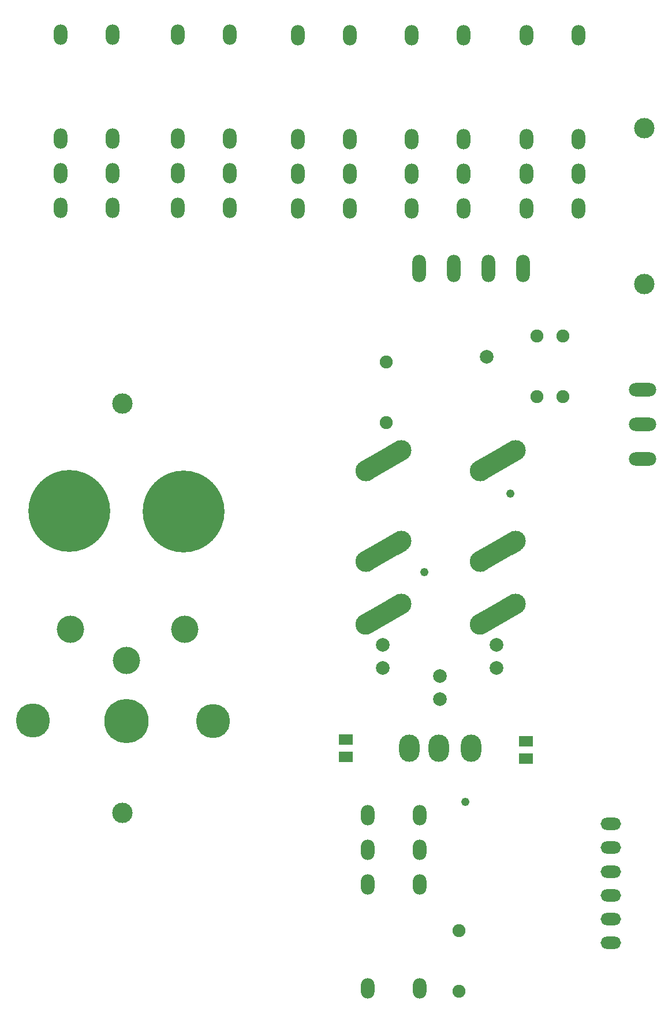
<source format=gbr>
%FSLAX23Y23*%
%MOIN*%
%AMT146*0 Bullet Pad at angle 120*21,1,0.11811,0.05906,0,0,120*%
%ADD146T146*%
%AMT147*0 Bullet Pad at angle 300*21,1,0.11811,0.05906,0,0,300*%
%ADD147T147*%
%ADD15O,0.07874X0.11811*%
%ADD17O,0.11811X0.07087*%
%ADD71O,0.07874X0.15748*%
%ADD148O,0.11811X0.15748*%
%ADD18O,0.15748X0.07874*%
%AMT145*0 Finger Pad at angle 120*1,1,0.11811,-0.10229,-0.05906*1,1,0.11811,0.10229,0.05906*21,1,0.11811,0.23622,0,0,120*%
%ADD145T145*%
%ADD19R,0.08000X0.06000*%
%ADD149C,0.04800*%
%ADD155C,0.04803*%
%ADD16C,0.07500*%
%ADD70C,0.07874*%
%ADD10C,0.11811*%
%ADD20C,0.11811*%
%ADD12C,0.15748*%
%ADD13C,0.19685*%
%ADD14C,0.25591*%
%ADD11C,0.47244*%
X000Y000D02*
D02*
D10*
X723Y1202D03*
Y3567D03*
D02*
D11*
X418Y2947D03*
X1078Y2942D03*
D02*
D12*
X423Y2263D03*
X748Y2083D03*
X1083Y2263D03*
D02*
D13*
X208Y1738D03*
X1248Y1732D03*
D02*
D14*
X746Y1735D03*
D02*
D15*
X368Y4697D03*
Y4898D03*
Y5098D03*
Y5697D03*
X668Y4697D03*
Y4898D03*
Y5098D03*
Y5697D03*
X1043Y4697D03*
Y4898D03*
Y5098D03*
Y5697D03*
X1343Y4697D03*
Y4898D03*
Y5098D03*
Y5697D03*
X1738Y4692D03*
Y4893D03*
Y5093D03*
Y5692D03*
X2038Y4692D03*
Y4893D03*
Y5093D03*
Y5692D03*
X2141Y190D03*
Y790D03*
Y990D03*
Y1190D03*
X2393Y4692D03*
Y4893D03*
Y5093D03*
Y5692D03*
X2441Y190D03*
Y790D03*
Y990D03*
Y1190D03*
X2693Y4692D03*
Y4893D03*
Y5093D03*
Y5692D03*
X3058Y4692D03*
Y4893D03*
Y5093D03*
Y5692D03*
X3358Y4692D03*
Y4893D03*
Y5093D03*
Y5692D03*
D02*
D16*
X2248Y3458D03*
Y3808D03*
X2668Y172D03*
Y522D03*
X3118Y3607D03*
Y3958D03*
X3268Y3607D03*
Y3958D03*
D02*
D17*
X3543Y452D03*
Y590D03*
Y728D03*
Y865D03*
Y1003D03*
Y1141D03*
D02*
D18*
X3727Y3248D03*
Y3448D03*
Y3648D03*
D02*
D19*
X2013Y1528D03*
Y1627D03*
X3053Y1518D03*
Y1617D03*
D02*
D70*
X2228Y2041D03*
Y2174D03*
X2558Y1861D03*
Y1994D03*
X2828Y3837D03*
X2883Y2041D03*
Y2174D03*
D02*
D71*
X2438Y4348D03*
X2638D03*
X2838D03*
X3038D03*
D02*
D20*
X3738Y4258D03*
Y5157D03*
D02*
D145*
X2232Y2714D03*
Y3237D03*
X2232Y2351D03*
X2892Y2714D03*
Y3237D03*
X2892Y2351D03*
D02*
D146*
X2155Y2307D03*
D02*
D10*
X2130Y2292D03*
D02*
D146*
X2155Y2669D03*
D02*
D10*
X2130Y2655D03*
D02*
D146*
X2155Y3193D03*
D02*
D10*
X2130Y3178D03*
D02*
D146*
X2815Y2307D03*
D02*
D10*
X2790Y2292D03*
D02*
D146*
X2815Y2669D03*
D02*
D10*
X2790Y2655D03*
D02*
D146*
X2815Y3193D03*
D02*
D10*
X2790Y3178D03*
D02*
D147*
X2309Y2396D03*
D02*
D10*
X2334Y2410D03*
D02*
D147*
X2309Y2758D03*
D02*
D10*
X2334Y2773D03*
D02*
D147*
X2309Y3282D03*
D02*
D10*
X2334Y3296D03*
D02*
D147*
X2969Y2396D03*
D02*
D10*
X2994Y2410D03*
D02*
D147*
X2969Y2758D03*
D02*
D10*
X2994Y2773D03*
D02*
D147*
X2969Y3282D03*
D02*
D10*
X2994Y3296D03*
D02*
D148*
X2379Y1577D03*
X2552D03*
X2737D03*
D02*
D149*
X2468Y2592D03*
X2963Y3047D03*
D02*
D155*
X2703Y1268D03*
X000Y000D02*
M02*

</source>
